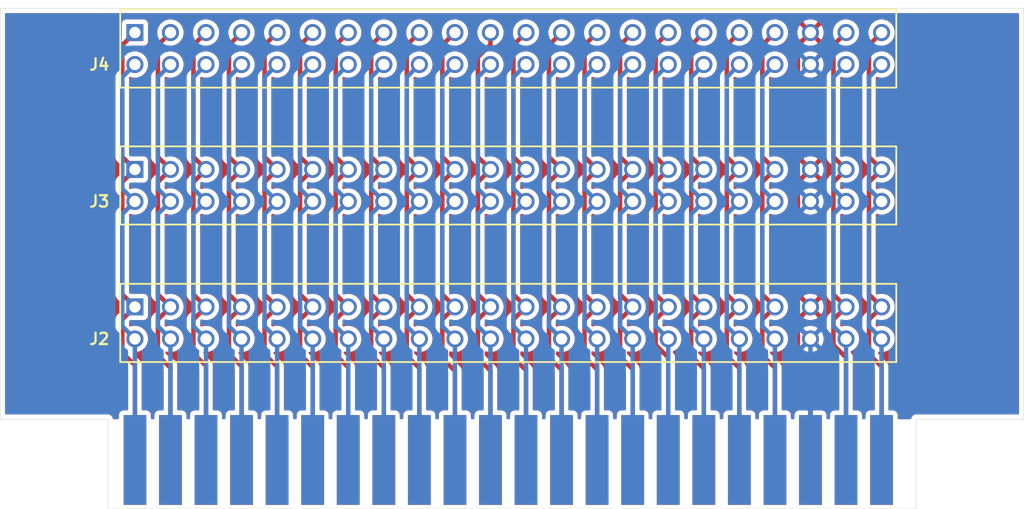
<source format=kicad_pcb>
(kicad_pcb (version 20171130) (host pcbnew "(5.1.12)-1")
  (layers (0 F.Cu signal) (31 B.Cu signal) (34 B.Paste user hide) (35 F.Paste user hide) (36 B.SilkS user) (37 F.SilkS user) (38 B.Mask user hide) (39 F.Mask user hide) (44 Edge.Cuts user))
  (net 0 "")
  (net 1 /A)
  (net 2 /22)
  (net 3 /21)
  (net 4 /20)
  (net 5 /19)
  (net 6 /18)
  (net 7 /17)
  (net 8 /16)
  (net 9 /15)
  (net 10 /14)
  (net 11 /13)
  (net 12 /12)
  (net 13 /11)
  (net 14 /10)
  (net 15 /9)
  (net 16 /8)
  (net 17 /7)
  (net 18 /6)
  (net 19 /5)
  (net 20 /4)
  (net 21 /3)
  (net 22 /2)
  (net 23 /1)
  (net 24 /Z)
  (net 25 /Y)
  (net 26 /X)
  (net 27 /W)
  (net 28 /V)
  (net 29 /U)
  (net 30 /T)
  (net 31 /S)
  (net 32 /R)
  (net 33 /P)
  (net 34 /N)
  (net 35 /M)
  (net 36 /L)
  (net 37 /K)
  (net 38 /J)
  (net 39 /H)
  (net 40 /F)
  (net 41 /E)
  (net 42 /D)
  (net 43 /C)
  (net 44 /B)
  (module SamacSys_Parts:305044521201 (layer F.Cu) (at 105 97.5)
    (fp_text reference J4 (at -3.96 0) (layer F.SilkS) (effects (font (size 1.27 1.27) (thickness 0.254))))
    (fp_text value "Slot C" hide)
    (pad B22 thru_hole circle (at 83.16 0) (size 1.905 1.905) (drill 1.27) (layers *.Cu *.Mask) (net 24 /Z))
    (pad B21 thru_hole circle (at 79.2 0) (size 1.905 1.905) (drill 1.27) (layers *.Cu *.Mask) (net 25 /Y))
    (pad B20 thru_hole circle (at 75.24 0) (size 1.905 1.905) (drill 1.27) (layers *.Cu *.Mask) (net 26 /X))
    (pad B19 thru_hole circle (at 71.28 0) (size 1.905 1.905) (drill 1.27) (layers *.Cu *.Mask) (net 27 /W))
    (pad B18 thru_hole circle (at 67.32 0) (size 1.905 1.905) (drill 1.27) (layers *.Cu *.Mask) (net 28 /V))
    (pad B17 thru_hole circle (at 63.36 0) (size 1.905 1.905) (drill 1.27) (layers *.Cu *.Mask) (net 29 /U))
    (pad B16 thru_hole circle (at 59.4 0) (size 1.905 1.905) (drill 1.27) (layers *.Cu *.Mask) (net 30 /T))
    (pad B15 thru_hole circle (at 55.44 0) (size 1.905 1.905) (drill 1.27) (layers *.Cu *.Mask) (net 31 /S))
    (pad B14 thru_hole circle (at 51.48 0) (size 1.905 1.905) (drill 1.27) (layers *.Cu *.Mask) (net 32 /R))
    (pad B13 thru_hole circle (at 47.52 0) (size 1.905 1.905) (drill 1.27) (layers *.Cu *.Mask) (net 33 /P))
    (pad B12 thru_hole circle (at 43.56 0) (size 1.905 1.905) (drill 1.27) (layers *.Cu *.Mask) (net 34 /N))
    (pad B11 thru_hole circle (at 39.6 0) (size 1.905 1.905) (drill 1.27) (layers *.Cu *.Mask) (net 35 /M))
    (pad B10 thru_hole circle (at 35.64 0) (size 1.905 1.905) (drill 1.27) (layers *.Cu *.Mask) (net 36 /L))
    (pad B9 thru_hole circle (at 31.68 0) (size 1.905 1.905) (drill 1.27) (layers *.Cu *.Mask) (net 37 /K))
    (pad B8 thru_hole circle (at 27.72 0) (size 1.905 1.905) (drill 1.27) (layers *.Cu *.Mask) (net 38 /J))
    (pad B7 thru_hole circle (at 23.76 0) (size 1.905 1.905) (drill 1.27) (layers *.Cu *.Mask) (net 39 /H))
    (pad B6 thru_hole circle (at 19.8 0) (size 1.905 1.905) (drill 1.27) (layers *.Cu *.Mask) (net 40 /F))
    (pad B5 thru_hole circle (at 15.84 0) (size 1.905 1.905) (drill 1.27) (layers *.Cu *.Mask) (net 41 /E))
    (pad B4 thru_hole circle (at 11.88 0) (size 1.905 1.905) (drill 1.27) (layers *.Cu *.Mask) (net 42 /D))
    (pad B3 thru_hole circle (at 7.92 0) (size 1.905 1.905) (drill 1.27) (layers *.Cu *.Mask) (net 43 /C))
    (pad B2 thru_hole circle (at 3.96 0) (size 1.905 1.905) (drill 1.27) (layers *.Cu *.Mask) (net 44 /B))
    (pad B1 thru_hole circle (at 0 0) (size 1.905 1.905) (drill 1.27) (layers *.Cu *.Mask) (net 1 /A))
    (pad A22 thru_hole circle (at 83.16 -3.56) (size 1.905 1.905) (drill 1.27) (layers *.Cu *.Mask) (net 2 /22))
    (pad A21 thru_hole circle (at 79.2 -3.56) (size 1.905 1.905) (drill 1.27) (layers *.Cu *.Mask) (net 3 /21))
    (pad A20 thru_hole circle (at 75.24 -3.56) (size 1.905 1.905) (drill 1.27) (layers *.Cu *.Mask) (net 4 /20))
    (pad A19 thru_hole circle (at 71.28 -3.56) (size 1.905 1.905) (drill 1.27) (layers *.Cu *.Mask) (net 5 /19))
    (pad A18 thru_hole circle (at 67.32 -3.56) (size 1.905 1.905) (drill 1.27) (layers *.Cu *.Mask) (net 6 /18))
    (pad A17 thru_hole circle (at 63.36 -3.56) (size 1.905 1.905) (drill 1.27) (layers *.Cu *.Mask) (net 7 /17))
    (pad A16 thru_hole circle (at 59.4 -3.56) (size 1.905 1.905) (drill 1.27) (layers *.Cu *.Mask) (net 8 /16))
    (pad A15 thru_hole circle (at 55.44 -3.56) (size 1.905 1.905) (drill 1.27) (layers *.Cu *.Mask) (net 9 /15))
    (pad A14 thru_hole circle (at 51.48 -3.56) (size 1.905 1.905) (drill 1.27) (layers *.Cu *.Mask) (net 10 /14))
    (pad A13 thru_hole circle (at 47.52 -3.56) (size 1.905 1.905) (drill 1.27) (layers *.Cu *.Mask) (net 11 /13))
    (pad A12 thru_hole circle (at 43.56 -3.56) (size 1.905 1.905) (drill 1.27) (layers *.Cu *.Mask) (net 12 /12))
    (pad A11 thru_hole circle (at 39.6 -3.56) (size 1.905 1.905) (drill 1.27) (layers *.Cu *.Mask) (net 13 /11))
    (pad A10 thru_hole circle (at 35.64 -3.56) (size 1.905 1.905) (drill 1.27) (layers *.Cu *.Mask) (net 14 /10))
    (pad A9 thru_hole circle (at 31.68 -3.56) (size 1.905 1.905) (drill 1.27) (layers *.Cu *.Mask) (net 15 /9))
    (pad A8 thru_hole circle (at 27.72 -3.56) (size 1.905 1.905) (drill 1.27) (layers *.Cu *.Mask) (net 16 /8))
    (pad A7 thru_hole circle (at 23.76 -3.56) (size 1.905 1.905) (drill 1.27) (layers *.Cu *.Mask) (net 17 /7))
    (pad A6 thru_hole circle (at 19.8 -3.56) (size 1.905 1.905) (drill 1.27) (layers *.Cu *.Mask) (net 18 /6))
    (pad A5 thru_hole circle (at 15.84 -3.56) (size 1.905 1.905) (drill 1.27) (layers *.Cu *.Mask) (net 19 /5))
    (pad A4 thru_hole circle (at 11.88 -3.56) (size 1.905 1.905) (drill 1.27) (layers *.Cu *.Mask) (net 20 /4))
    (pad A3 thru_hole circle (at 7.92 -3.56) (size 1.905 1.905) (drill 1.27) (layers *.Cu *.Mask) (net 21 /3))
    (pad A2 thru_hole circle (at 3.96 -3.56) (size 1.905 1.905) (drill 1.27) (layers *.Cu *.Mask) (net 22 /2))
    (pad A1 thru_hole rect (at 0 -3.56) (size 1.905 1.905) (drill 1.27) (layers *.Cu *.Mask) (net 23 /1))
  )
  (module SamacSys_Parts:305044521201 (layer F.Cu) (at 105 112.75)
    (fp_text reference J3 (at -3.96 0) (layer F.SilkS) (effects (font (size 1.27 1.27) (thickness 0.254))))
    (fp_text value "Slot B" hide)
    (pad B22 thru_hole circle (at 83.16 0) (size 1.905 1.905) (drill 1.27) (layers *.Cu *.Mask) (net 24 /Z))
    (pad B21 thru_hole circle (at 79.2 0) (size 1.905 1.905) (drill 1.27) (layers *.Cu *.Mask) (net 25 /Y))
    (pad B20 thru_hole circle (at 75.24 0) (size 1.905 1.905) (drill 1.27) (layers *.Cu *.Mask) (net 26 /X))
    (pad B19 thru_hole circle (at 71.28 0) (size 1.905 1.905) (drill 1.27) (layers *.Cu *.Mask) (net 27 /W))
    (pad B18 thru_hole circle (at 67.32 0) (size 1.905 1.905) (drill 1.27) (layers *.Cu *.Mask) (net 28 /V))
    (pad B17 thru_hole circle (at 63.36 0) (size 1.905 1.905) (drill 1.27) (layers *.Cu *.Mask) (net 29 /U))
    (pad B16 thru_hole circle (at 59.4 0) (size 1.905 1.905) (drill 1.27) (layers *.Cu *.Mask) (net 30 /T))
    (pad B15 thru_hole circle (at 55.44 0) (size 1.905 1.905) (drill 1.27) (layers *.Cu *.Mask) (net 31 /S))
    (pad B14 thru_hole circle (at 51.48 0) (size 1.905 1.905) (drill 1.27) (layers *.Cu *.Mask) (net 32 /R))
    (pad B13 thru_hole circle (at 47.52 0) (size 1.905 1.905) (drill 1.27) (layers *.Cu *.Mask) (net 33 /P))
    (pad B12 thru_hole circle (at 43.56 0) (size 1.905 1.905) (drill 1.27) (layers *.Cu *.Mask) (net 34 /N))
    (pad B11 thru_hole circle (at 39.6 0) (size 1.905 1.905) (drill 1.27) (layers *.Cu *.Mask) (net 35 /M))
    (pad B10 thru_hole circle (at 35.64 0) (size 1.905 1.905) (drill 1.27) (layers *.Cu *.Mask) (net 36 /L))
    (pad B9 thru_hole circle (at 31.68 0) (size 1.905 1.905) (drill 1.27) (layers *.Cu *.Mask) (net 37 /K))
    (pad B8 thru_hole circle (at 27.72 0) (size 1.905 1.905) (drill 1.27) (layers *.Cu *.Mask) (net 38 /J))
    (pad B7 thru_hole circle (at 23.76 0) (size 1.905 1.905) (drill 1.27) (layers *.Cu *.Mask) (net 39 /H))
    (pad B6 thru_hole circle (at 19.8 0) (size 1.905 1.905) (drill 1.27) (layers *.Cu *.Mask) (net 40 /F))
    (pad B5 thru_hole circle (at 15.84 0) (size 1.905 1.905) (drill 1.27) (layers *.Cu *.Mask) (net 41 /E))
    (pad B4 thru_hole circle (at 11.88 0) (size 1.905 1.905) (drill 1.27) (layers *.Cu *.Mask) (net 42 /D))
    (pad B3 thru_hole circle (at 7.92 0) (size 1.905 1.905) (drill 1.27) (layers *.Cu *.Mask) (net 43 /C))
    (pad B2 thru_hole circle (at 3.96 0) (size 1.905 1.905) (drill 1.27) (layers *.Cu *.Mask) (net 44 /B))
    (pad B1 thru_hole circle (at 0 0) (size 1.905 1.905) (drill 1.27) (layers *.Cu *.Mask) (net 1 /A))
    (pad A22 thru_hole circle (at 83.16 -3.56) (size 1.905 1.905) (drill 1.27) (layers *.Cu *.Mask) (net 2 /22))
    (pad A21 thru_hole circle (at 79.2 -3.56) (size 1.905 1.905) (drill 1.27) (layers *.Cu *.Mask) (net 3 /21))
    (pad A20 thru_hole circle (at 75.24 -3.56) (size 1.905 1.905) (drill 1.27) (layers *.Cu *.Mask) (net 4 /20))
    (pad A19 thru_hole circle (at 71.28 -3.56) (size 1.905 1.905) (drill 1.27) (layers *.Cu *.Mask) (net 5 /19))
    (pad A18 thru_hole circle (at 67.32 -3.56) (size 1.905 1.905) (drill 1.27) (layers *.Cu *.Mask) (net 6 /18))
    (pad A17 thru_hole circle (at 63.36 -3.56) (size 1.905 1.905) (drill 1.27) (layers *.Cu *.Mask) (net 7 /17))
    (pad A16 thru_hole circle (at 59.4 -3.56) (size 1.905 1.905) (drill 1.27) (layers *.Cu *.Mask) (net 8 /16))
    (pad A15 thru_hole circle (at 55.44 -3.56) (size 1.905 1.905) (drill 1.27) (layers *.Cu *.Mask) (net 9 /15))
    (pad A14 thru_hole circle (at 51.48 -3.56) (size 1.905 1.905) (drill 1.27) (layers *.Cu *.Mask) (net 10 /14))
    (pad A13 thru_hole circle (at 47.52 -3.56) (size 1.905 1.905) (drill 1.27) (layers *.Cu *.Mask) (net 11 /13))
    (pad A12 thru_hole circle (at 43.56 -3.56) (size 1.905 1.905) (drill 1.27) (layers *.Cu *.Mask) (net 12 /12))
    (pad A11 thru_hole circle (at 39.6 -3.56) (size 1.905 1.905) (drill 1.27) (layers *.Cu *.Mask) (net 13 /11))
    (pad A10 thru_hole circle (at 35.64 -3.56) (size 1.905 1.905) (drill 1.27) (layers *.Cu *.Mask) (net 14 /10))
    (pad A9 thru_hole circle (at 31.68 -3.56) (size 1.905 1.905) (drill 1.27) (layers *.Cu *.Mask) (net 15 /9))
    (pad A8 thru_hole circle (at 27.72 -3.56) (size 1.905 1.905) (drill 1.27) (layers *.Cu *.Mask) (net 16 /8))
    (pad A7 thru_hole circle (at 23.76 -3.56) (size 1.905 1.905) (drill 1.27) (layers *.Cu *.Mask) (net 17 /7))
    (pad A6 thru_hole circle (at 19.8 -3.56) (size 1.905 1.905) (drill 1.27) (layers *.Cu *.Mask) (net 18 /6))
    (pad A5 thru_hole circle (at 15.84 -3.56) (size 1.905 1.905) (drill 1.27) (layers *.Cu *.Mask) (net 19 /5))
    (pad A4 thru_hole circle (at 11.88 -3.56) (size 1.905 1.905) (drill 1.27) (layers *.Cu *.Mask) (net 20 /4))
    (pad A3 thru_hole circle (at 7.92 -3.56) (size 1.905 1.905) (drill 1.27) (layers *.Cu *.Mask) (net 21 /3))
    (pad A2 thru_hole circle (at 3.96 -3.56) (size 1.905 1.905) (drill 1.27) (layers *.Cu *.Mask) (net 22 /2))
    (pad A1 thru_hole rect (at 0 -3.56) (size 1.905 1.905) (drill 1.27) (layers *.Cu *.Mask) (net 23 /1))
  )
  (module SamacSys_Parts:305044521201 (layer F.Cu) (at 105 128.06)
    (fp_text reference J2 (at -3.96 0) (layer F.SilkS) (effects (font (size 1.27 1.27) (thickness 0.254))))
    (fp_text value "Slot A" hide)
    (pad B22 thru_hole circle (at 83.16 0) (size 1.905 1.905) (drill 1.27) (layers *.Cu *.Mask) (net 24 /Z))
    (pad B21 thru_hole circle (at 79.2 0) (size 1.905 1.905) (drill 1.27) (layers *.Cu *.Mask) (net 25 /Y))
    (pad B20 thru_hole circle (at 75.24 0) (size 1.905 1.905) (drill 1.27) (layers *.Cu *.Mask) (net 26 /X))
    (pad B19 thru_hole circle (at 71.28 0) (size 1.905 1.905) (drill 1.27) (layers *.Cu *.Mask) (net 27 /W))
    (pad B18 thru_hole circle (at 67.32 0) (size 1.905 1.905) (drill 1.27) (layers *.Cu *.Mask) (net 28 /V))
    (pad B17 thru_hole circle (at 63.36 0) (size 1.905 1.905) (drill 1.27) (layers *.Cu *.Mask) (net 29 /U))
    (pad B16 thru_hole circle (at 59.4 0) (size 1.905 1.905) (drill 1.27) (layers *.Cu *.Mask) (net 30 /T))
    (pad B15 thru_hole circle (at 55.44 0) (size 1.905 1.905) (drill 1.27) (layers *.Cu *.Mask) (net 31 /S))
    (pad B14 thru_hole circle (at 51.48 0) (size 1.905 1.905) (drill 1.27) (layers *.Cu *.Mask) (net 32 /R))
    (pad B13 thru_hole circle (at 47.52 0) (size 1.905 1.905) (drill 1.27) (layers *.Cu *.Mask) (net 33 /P))
    (pad B12 thru_hole circle (at 43.56 0) (size 1.905 1.905) (drill 1.27) (layers *.Cu *.Mask) (net 34 /N))
    (pad B11 thru_hole circle (at 39.6 0) (size 1.905 1.905) (drill 1.27) (layers *.Cu *.Mask) (net 35 /M))
    (pad B10 thru_hole circle (at 35.64 0) (size 1.905 1.905) (drill 1.27) (layers *.Cu *.Mask) (net 36 /L))
    (pad B9 thru_hole circle (at 31.68 0) (size 1.905 1.905) (drill 1.27) (layers *.Cu *.Mask) (net 37 /K))
    (pad B8 thru_hole circle (at 27.72 0) (size 1.905 1.905) (drill 1.27) (layers *.Cu *.Mask) (net 38 /J))
    (pad B7 thru_hole circle (at 23.76 0) (size 1.905 1.905) (drill 1.27) (layers *.Cu *.Mask) (net 39 /H))
    (pad B6 thru_hole circle (at 19.8 0) (size 1.905 1.905) (drill 1.27) (layers *.Cu *.Mask) (net 40 /F))
    (pad B5 thru_hole circle (at 15.84 0) (size 1.905 1.905) (drill 1.27) (layers *.Cu *.Mask) (net 41 /E))
    (pad B4 thru_hole circle (at 11.88 0) (size 1.905 1.905) (drill 1.27) (layers *.Cu *.Mask) (net 42 /D))
    (pad B3 thru_hole circle (at 7.92 0) (size 1.905 1.905) (drill 1.27) (layers *.Cu *.Mask) (net 43 /C))
    (pad B2 thru_hole circle (at 3.96 0) (size 1.905 1.905) (drill 1.27) (layers *.Cu *.Mask) (net 44 /B))
    (pad B1 thru_hole circle (at 0 0) (size 1.905 1.905) (drill 1.27) (layers *.Cu *.Mask) (net 1 /A))
    (pad A22 thru_hole circle (at 83.16 -3.56) (size 1.905 1.905) (drill 1.27) (layers *.Cu *.Mask) (net 2 /22))
    (pad A21 thru_hole circle (at 79.2 -3.56) (size 1.905 1.905) (drill 1.27) (layers *.Cu *.Mask) (net 3 /21))
    (pad A20 thru_hole circle (at 75.24 -3.56) (size 1.905 1.905) (drill 1.27) (layers *.Cu *.Mask) (net 4 /20))
    (pad A19 thru_hole circle (at 71.28 -3.56) (size 1.905 1.905) (drill 1.27) (layers *.Cu *.Mask) (net 5 /19))
    (pad A18 thru_hole circle (at 67.32 -3.56) (size 1.905 1.905) (drill 1.27) (layers *.Cu *.Mask) (net 6 /18))
    (pad A17 thru_hole circle (at 63.36 -3.56) (size 1.905 1.905) (drill 1.27) (layers *.Cu *.Mask) (net 7 /17))
    (pad A16 thru_hole circle (at 59.4 -3.56) (size 1.905 1.905) (drill 1.27) (layers *.Cu *.Mask) (net 8 /16))
    (pad A15 thru_hole circle (at 55.44 -3.56) (size 1.905 1.905) (drill 1.27) (layers *.Cu *.Mask) (net 9 /15))
    (pad A14 thru_hole circle (at 51.48 -3.56) (size 1.905 1.905) (drill 1.27) (layers *.Cu *.Mask) (net 10 /14))
    (pad A13 thru_hole circle (at 47.52 -3.56) (size 1.905 1.905) (drill 1.27) (layers *.Cu *.Mask) (net 11 /13))
    (pad A12 thru_hole circle (at 43.56 -3.56) (size 1.905 1.905) (drill 1.27) (layers *.Cu *.Mask) (net 12 /12))
    (pad A11 thru_hole circle (at 39.6 -3.56) (size 1.905 1.905) (drill 1.27) (layers *.Cu *.Mask) (net 13 /11))
    (pad A10 thru_hole circle (at 35.64 -3.56) (size 1.905 1.905) (drill 1.27) (layers *.Cu *.Mask) (net 14 /10))
    (pad A9 thru_hole circle (at 31.68 -3.56) (size 1.905 1.905) (drill 1.27) (layers *.Cu *.Mask) (net 15 /9))
    (pad A8 thru_hole circle (at 27.72 -3.56) (size 1.905 1.905) (drill 1.27) (layers *.Cu *.Mask) (net 16 /8))
    (pad A7 thru_hole circle (at 23.76 -3.56) (size 1.905 1.905) (drill 1.27) (layers *.Cu *.Mask) (net 17 /7))
    (pad A6 thru_hole circle (at 19.8 -3.56) (size 1.905 1.905) (drill 1.27) (layers *.Cu *.Mask) (net 18 /6))
    (pad A5 thru_hole circle (at 15.84 -3.56) (size 1.905 1.905) (drill 1.27) (layers *.Cu *.Mask) (net 19 /5))
    (pad A4 thru_hole circle (at 11.88 -3.56) (size 1.905 1.905) (drill 1.27) (layers *.Cu *.Mask) (net 20 /4))
    (pad A3 thru_hole circle (at 7.92 -3.56) (size 1.905 1.905) (drill 1.27) (layers *.Cu *.Mask) (net 21 /3))
    (pad A2 thru_hole circle (at 3.96 -3.56) (size 1.905 1.905) (drill 1.27) (layers *.Cu *.Mask) (net 22 /2))
    (pad A1 thru_hole rect (at 0 -3.56) (size 1.905 1.905) (drill 1.27) (layers *.Cu *.Mask) (net 23 /1))
  )
  (module Connector_PCBEdge:Apple-1Bus (layer F.Cu) (at 160.44 142.96)
    (fp_text reference J1 hide)
    (fp_text value Conn_02x22_Apple_1-Connector_Generic_apple)
    (pad 1 connect rect (at -55.44 -3.96) (size 2.54 10) (drill (offset 0 2.54)) (layers F.Cu F.Mask) (net 23 /1))
    (pad 2 connect rect (at -51.48 -3.96) (size 2.54 10) (drill (offset 0 2.54)) (layers F.Cu F.Mask) (net 22 /2))
    (pad 3 connect rect (at -47.52 -3.96) (size 2.54 10) (drill (offset 0 2.54)) (layers F.Cu F.Mask) (net 21 /3))
    (pad 4 connect rect (at -43.56 -3.96) (size 2.54 10) (drill (offset 0 2.54)) (layers F.Cu F.Mask) (net 20 /4))
    (pad 5 connect rect (at -39.6 -3.96) (size 2.54 10) (drill (offset 0 2.54)) (layers F.Cu F.Mask) (net 19 /5))
    (pad 6 connect rect (at -35.64 -3.96) (size 2.54 10) (drill (offset 0 2.54)) (layers F.Cu F.Mask) (net 18 /6))
    (pad 7 connect rect (at -31.68 -3.96) (size 2.54 10) (drill (offset 0 2.54)) (layers F.Cu F.Mask) (net 17 /7))
    (pad 8 connect rect (at -27.72 -3.96) (size 2.54 10) (drill (offset 0 2.54)) (layers F.Cu F.Mask) (net 16 /8))
    (pad 9 connect rect (at -23.76 -3.96) (size 2.54 10) (drill (offset 0 2.54)) (layers F.Cu F.Mask) (net 15 /9))
    (pad 10 connect rect (at -19.8 -3.96) (size 2.54 10) (drill (offset 0 2.54)) (layers F.Cu F.Mask) (net 14 /10))
    (pad 11 connect rect (at -15.84 -3.96) (size 2.54 10) (drill (offset 0 2.54)) (layers F.Cu F.Mask) (net 13 /11))
    (pad 12 connect rect (at -11.88 -3.96) (size 2.54 10) (drill (offset 0 2.54)) (layers F.Cu F.Mask) (net 12 /12))
    (pad 13 connect rect (at -7.92 -3.96) (size 2.54 10) (drill (offset 0 2.54)) (layers F.Cu F.Mask) (net 11 /13))
    (pad 14 connect rect (at -3.96 -3.96) (size 2.54 10) (drill (offset 0 2.54)) (layers F.Cu F.Mask) (net 10 /14))
    (pad 15 connect rect (at 0 -3.96) (size 2.54 10) (drill (offset 0 2.54)) (layers F.Cu F.Mask) (net 9 /15))
    (pad 16 connect rect (at 3.96 -3.96) (size 2.54 10) (drill (offset 0 2.54)) (layers F.Cu F.Mask) (net 8 /16))
    (pad 17 connect rect (at 7.92 -3.96) (size 2.54 10) (drill (offset 0 2.54)) (layers F.Cu F.Mask) (net 7 /17))
    (pad 18 connect rect (at 11.88 -3.96) (size 2.54 10) (drill (offset 0 2.54)) (layers F.Cu F.Mask) (net 6 /18))
    (pad 19 connect rect (at 15.84 -3.96) (size 2.54 10) (drill (offset 0 2.54)) (layers F.Cu F.Mask) (net 5 /19))
    (pad 20 connect rect (at 19.8 -3.96) (size 2.54 10) (drill (offset 0 2.54)) (layers F.Cu F.Mask) (net 4 /20))
    (pad 21 connect rect (at 23.76 -3.96) (size 2.54 10) (drill (offset 0 2.54)) (layers F.Cu F.Mask) (net 3 /21))
    (pad 22 connect rect (at 27.72 -3.96) (size 2.54 10) (drill (offset 0 2.54)) (layers F.Cu F.Mask) (net 2 /22))
    (pad A connect rect (at -55.44 -3.96) (size 2.54 10) (drill (offset 0 2.54)) (layers B.Cu B.Mask) (net 1 /A))
    (pad B connect rect (at -51.48 -3.96) (size 2.54 10) (drill (offset 0 2.54)) (layers B.Cu B.Mask) (net 44 /B))
    (pad C connect rect (at -47.52 -3.96) (size 2.54 10) (drill (offset 0 2.54)) (layers B.Cu B.Mask) (net 43 /C))
    (pad D connect rect (at -43.56 -3.96) (size 2.54 10) (drill (offset 0 2.54)) (layers B.Cu B.Mask) (net 42 /D))
    (pad E connect rect (at -39.6 -3.96) (size 2.54 10) (drill (offset 0 2.54)) (layers B.Cu B.Mask) (net 41 /E))
    (pad F connect rect (at -35.64 -3.96) (size 2.54 10) (drill (offset 0 2.54)) (layers B.Cu B.Mask) (net 40 /F))
    (pad H connect rect (at -31.68 -3.96) (size 2.54 10) (drill (offset 0 2.54)) (layers B.Cu B.Mask) (net 39 /H))
    (pad J connect rect (at -27.72 -3.96) (size 2.54 10) (drill (offset 0 2.54)) (layers B.Cu B.Mask) (net 38 /J))
    (pad K connect rect (at -23.76 -3.96) (size 2.54 10) (drill (offset 0 2.54)) (layers B.Cu B.Mask) (net 37 /K))
    (pad L connect rect (at -19.8 -3.96) (size 2.54 10) (drill (offset 0 2.54)) (layers B.Cu B.Mask) (net 36 /L))
    (pad M connect rect (at -15.84 -3.96) (size 2.54 10) (drill (offset 0 2.54)) (layers B.Cu B.Mask) (net 35 /M))
    (pad N connect rect (at -11.88 -3.96) (size 2.54 10) (drill (offset 0 2.54)) (layers B.Cu B.Mask) (net 34 /N))
    (pad P connect rect (at -7.92 -3.96) (size 2.54 10) (drill (offset 0 2.54)) (layers B.Cu B.Mask) (net 33 /P))
    (pad R connect rect (at -3.96 -3.96) (size 2.54 10) (drill (offset 0 2.54)) (layers B.Cu B.Mask) (net 32 /R))
    (pad S connect rect (at 0 -3.96) (size 2.54 10) (drill (offset 0 2.54)) (layers B.Cu B.Mask) (net 31 /S))
    (pad T connect rect (at 3.96 -3.96) (size 2.54 10) (drill (offset 0 2.54)) (layers B.Cu B.Mask) (net 30 /T))
    (pad U connect rect (at 7.92 -3.96) (size 2.54 10) (drill (offset 0 2.54)) (layers B.Cu B.Mask) (net 29 /U))
    (pad V connect rect (at 11.88 -3.96) (size 2.54 10) (drill (offset 0 2.54)) (layers B.Cu B.Mask) (net 28 /V))
    (pad W connect rect (at 15.84 -3.96) (size 2.54 10) (drill (offset 0 2.54)) (layers B.Cu B.Mask) (net 27 /W))
    (pad X connect rect (at 19.8 -3.96) (size 2.54 10) (drill (offset 0 2.54)) (layers B.Cu B.Mask) (net 26 /X))
    (pad Y connect rect (at 23.76 -3.96) (size 2.54 10) (drill (offset 0 2.54)) (layers B.Cu B.Mask) (net 25 /Y))
    (pad Z connect rect (at 27.72 -3.96) (size 2.54 10) (drill (offset 0 2.54)) (layers B.Cu B.Mask) (net 24 /Z))
  )
  (gr_line (start 204 137) (end 204 91.25) (layer Edge.Cuts) (width 0.05))
  (gr_line (start 192 137) (end 204 137) (layer Edge.Cuts) (width 0.05))
  (gr_line (start 192 147) (end 192 137) (layer Edge.Cuts) (width 0.05))
  (gr_line (start 90 91.25) (end 204 91.25) (layer Edge.Cuts) (width 0.05))
  (gr_line (start 102 147) (end 102 137) (layer Edge.Cuts) (width 0.05))
  (gr_line (start 192 147) (end 102 147) (layer Edge.Cuts) (width 0.05))
  (gr_line (start 90 137) (end 90 91.25) (layer Edge.Cuts) (width 0.05))
  (gr_line (start 102 137) (end 90 137) (layer Edge.Cuts) (width 0.05))
  (segment (start 105 139) (end 105 128.06) (width 0.5) (layer B.Cu) (net 1))
  (segment (start 103.597499 111.347499) (end 105 112.75) (width 0.5) (layer B.Cu) (net 1))
  (segment (start 103.597499 98.902501) (end 103.597499 111.347499) (width 0.5) (layer B.Cu) (net 1))
  (segment (start 105 97.5) (end 103.597499 98.902501) (width 0.5) (layer B.Cu) (net 1))
  (segment (start 103.597499 126.657499) (end 105 128.06) (width 0.5) (layer B.Cu) (net 1))
  (segment (start 103.597499 114.152501) (end 103.597499 126.657499) (width 0.5) (layer B.Cu) (net 1))
  (segment (start 105 112.75) (end 103.597499 114.152501) (width 0.5) (layer B.Cu) (net 1))
  (segment (start 188.16 139) (end 188.16 131.16) (width 0.5) (layer F.Cu) (net 2))
  (segment (start 186.757499 107.787499) (end 188.16 109.19) (width 0.5) (layer F.Cu) (net 2))
  (segment (start 186.757499 95.342501) (end 186.757499 107.787499) (width 0.5) (layer F.Cu) (net 2))
  (segment (start 188.16 93.94) (end 186.757499 95.342501) (width 0.5) (layer F.Cu) (net 2))
  (segment (start 186.757499 123.097499) (end 188.16 124.5) (width 0.5) (layer F.Cu) (net 2))
  (segment (start 186.757499 110.592501) (end 186.757499 123.097499) (width 0.5) (layer F.Cu) (net 2))
  (segment (start 188.16 109.19) (end 186.757499 110.592501) (width 0.5) (layer F.Cu) (net 2))
  (segment (start 186.757499 129.757499) (end 188.16 131.16) (width 0.5) (layer F.Cu) (net 2))
  (segment (start 186.757499 125.902501) (end 186.757499 129.757499) (width 0.5) (layer F.Cu) (net 2))
  (segment (start 188.16 124.5) (end 186.757499 125.902501) (width 0.5) (layer F.Cu) (net 2))
  (segment (start 182.797499 125.902501) (end 184.2 124.5) (width 0.5) (layer F.Cu) (net 3))
  (segment (start 182.797499 128.733201) (end 182.797499 125.902501) (width 0.5) (layer F.Cu) (net 3))
  (segment (start 184.2 130.135702) (end 182.797499 128.733201) (width 0.5) (layer F.Cu) (net 3))
  (segment (start 184.2 139) (end 184.2 130.135702) (width 0.5) (layer F.Cu) (net 3))
  (segment (start 182.797499 110.592501) (end 184.2 109.19) (width 0.5) (layer F.Cu) (net 3))
  (segment (start 182.797499 123.097499) (end 182.797499 110.592501) (width 0.5) (layer F.Cu) (net 3))
  (segment (start 184.2 124.5) (end 182.797499 123.097499) (width 0.5) (layer F.Cu) (net 3))
  (segment (start 182.797499 95.342501) (end 184.2 93.94) (width 0.5) (layer F.Cu) (net 3))
  (segment (start 182.797499 107.787499) (end 182.797499 95.342501) (width 0.5) (layer F.Cu) (net 3))
  (segment (start 184.2 109.19) (end 182.797499 107.787499) (width 0.5) (layer F.Cu) (net 3))
  (segment (start 178.837499 125.902501) (end 180.24 124.5) (width 0.5) (layer F.Cu) (net 4))
  (segment (start 180.24 139) (end 180.24 131.74) (width 0.5) (layer F.Cu) (net 4))
  (segment (start 178.837499 130.337499) (end 178.837499 125.902501) (width 0.5) (layer F.Cu) (net 4))
  (segment (start 180.24 131.74) (end 178.837499 130.337499) (width 0.5) (layer F.Cu) (net 4))
  (segment (start 180.24 131.74) (end 180.24 131.24) (width 0.5) (layer F.Cu) (net 4))
  (segment (start 178.837499 110.592501) (end 180.24 109.19) (width 0.5) (layer F.Cu) (net 4))
  (segment (start 178.837499 123.097499) (end 178.837499 110.592501) (width 0.5) (layer F.Cu) (net 4))
  (segment (start 180.24 124.5) (end 178.837499 123.097499) (width 0.5) (layer F.Cu) (net 4))
  (segment (start 178.837499 95.342501) (end 180.24 93.94) (width 0.5) (layer F.Cu) (net 4))
  (segment (start 178.837499 107.787499) (end 178.837499 95.342501) (width 0.5) (layer F.Cu) (net 4))
  (segment (start 180.24 109.19) (end 178.837499 107.787499) (width 0.5) (layer F.Cu) (net 4))
  (segment (start 176.28 139) (end 176.28 131.28) (width 0.5) (layer F.Cu) (net 5))
  (segment (start 174.877499 125.902501) (end 176.28 124.5) (width 0.5) (layer F.Cu) (net 5))
  (segment (start 174.877499 129.877499) (end 174.877499 125.902501) (width 0.5) (layer F.Cu) (net 5))
  (segment (start 176.28 131.28) (end 174.877499 129.877499) (width 0.5) (layer F.Cu) (net 5))
  (segment (start 174.877499 110.592501) (end 176.28 109.19) (width 0.5) (layer F.Cu) (net 5))
  (segment (start 174.877499 123.097499) (end 174.877499 110.592501) (width 0.5) (layer F.Cu) (net 5))
  (segment (start 176.28 124.5) (end 174.877499 123.097499) (width 0.5) (layer F.Cu) (net 5))
  (segment (start 174.877499 95.342501) (end 176.28 93.94) (width 0.5) (layer F.Cu) (net 5))
  (segment (start 174.877499 107.787499) (end 174.877499 95.342501) (width 0.5) (layer F.Cu) (net 5))
  (segment (start 176.28 109.19) (end 174.877499 107.787499) (width 0.5) (layer F.Cu) (net 5))
  (segment (start 172.32 139) (end 172.32 131.32) (width 0.5) (layer F.Cu) (net 6))
  (segment (start 170.917499 125.902501) (end 172.32 124.5) (width 0.5) (layer F.Cu) (net 6))
  (segment (start 170.917499 129.917499) (end 170.917499 125.902501) (width 0.5) (layer F.Cu) (net 6))
  (segment (start 172.32 131.32) (end 170.917499 129.917499) (width 0.5) (layer F.Cu) (net 6))
  (segment (start 170.917499 110.592501) (end 172.32 109.19) (width 0.5) (layer F.Cu) (net 6))
  (segment (start 170.917499 123.097499) (end 170.917499 110.592501) (width 0.5) (layer F.Cu) (net 6))
  (segment (start 172.32 124.5) (end 170.917499 123.097499) (width 0.5) (layer F.Cu) (net 6))
  (segment (start 170.917499 95.342501) (end 172.32 93.94) (width 0.5) (layer F.Cu) (net 6))
  (segment (start 170.917499 107.787499) (end 170.917499 95.342501) (width 0.5) (layer F.Cu) (net 6))
  (segment (start 172.32 109.19) (end 170.917499 107.787499) (width 0.5) (layer F.Cu) (net 6))
  (segment (start 168.36 139) (end 168.36 131.36) (width 0.5) (layer F.Cu) (net 7))
  (segment (start 166.957499 125.902501) (end 168.36 124.5) (width 0.5) (layer F.Cu) (net 7))
  (segment (start 166.957499 129.957499) (end 166.957499 125.902501) (width 0.5) (layer F.Cu) (net 7))
  (segment (start 168.36 131.36) (end 166.957499 129.957499) (width 0.5) (layer F.Cu) (net 7))
  (segment (start 166.957499 110.592501) (end 168.36 109.19) (width 0.5) (layer F.Cu) (net 7))
  (segment (start 166.957499 123.097499) (end 166.957499 110.592501) (width 0.5) (layer F.Cu) (net 7))
  (segment (start 168.36 124.5) (end 166.957499 123.097499) (width 0.5) (layer F.Cu) (net 7))
  (segment (start 166.957499 107.787499) (end 166.957499 95.342501) (width 0.5) (layer F.Cu) (net 7))
  (segment (start 166.957499 95.342501) (end 168.36 93.94) (width 0.5) (layer F.Cu) (net 7))
  (segment (start 168.36 109.19) (end 166.957499 107.787499) (width 0.5) (layer F.Cu) (net 7))
  (segment (start 162.997499 125.902501) (end 164.4 124.5) (width 0.5) (layer F.Cu) (net 8))
  (segment (start 162.997499 128.733201) (end 162.997499 125.902501) (width 0.5) (layer F.Cu) (net 8))
  (segment (start 164.4 130.135702) (end 162.997499 128.733201) (width 0.5) (layer F.Cu) (net 8))
  (segment (start 164.4 139) (end 164.4 130.135702) (width 0.5) (layer F.Cu) (net 8))
  (segment (start 162.997499 110.592501) (end 164.4 109.19) (width 0.5) (layer F.Cu) (net 8))
  (segment (start 162.997499 123.097499) (end 162.997499 110.592501) (width 0.5) (layer F.Cu) (net 8))
  (segment (start 164.4 124.5) (end 162.997499 123.097499) (width 0.5) (layer F.Cu) (net 8))
  (segment (start 162.997499 95.342501) (end 164.4 93.94) (width 0.5) (layer F.Cu) (net 8))
  (segment (start 162.997499 107.787499) (end 162.997499 95.342501) (width 0.5) (layer F.Cu) (net 8))
  (segment (start 164.4 109.19) (end 162.997499 107.787499) (width 0.5) (layer F.Cu) (net 8))
  (segment (start 160.44 139) (end 160.44 131.44) (width 0.5) (layer F.Cu) (net 9))
  (segment (start 159.037499 125.902501) (end 160.44 124.5) (width 0.5) (layer F.Cu) (net 9))
  (segment (start 159.037499 130.037499) (end 159.037499 125.902501) (width 0.5) (layer F.Cu) (net 9))
  (segment (start 160.44 131.44) (end 159.037499 130.037499) (width 0.5) (layer F.Cu) (net 9))
  (segment (start 159.037499 110.592501) (end 160.44 109.19) (width 0.5) (layer F.Cu) (net 9))
  (segment (start 159.037499 123.097499) (end 159.037499 110.592501) (width 0.5) (layer F.Cu) (net 9))
  (segment (start 160.44 124.5) (end 159.037499 123.097499) (width 0.5) (layer F.Cu) (net 9))
  (segment (start 159.037499 95.342501) (end 160.44 93.94) (width 0.5) (layer F.Cu) (net 9))
  (segment (start 159.037499 107.787499) (end 159.037499 95.342501) (width 0.5) (layer F.Cu) (net 9))
  (segment (start 160.44 109.19) (end 159.037499 107.787499) (width 0.5) (layer F.Cu) (net 9))
  (segment (start 156.48 139) (end 156.48 131.48) (width 0.5) (layer F.Cu) (net 10))
  (segment (start 155.077499 107.787499) (end 156.48 109.19) (width 0.5) (layer F.Cu) (net 10))
  (segment (start 155.077499 95.342501) (end 155.077499 107.787499) (width 0.5) (layer F.Cu) (net 10))
  (segment (start 156.48 93.94) (end 155.077499 95.342501) (width 0.5) (layer F.Cu) (net 10))
  (segment (start 155.077499 123.097499) (end 156.48 124.5) (width 0.5) (layer F.Cu) (net 10))
  (segment (start 155.077499 110.592501) (end 155.077499 123.097499) (width 0.5) (layer F.Cu) (net 10))
  (segment (start 156.48 109.19) (end 155.077499 110.592501) (width 0.5) (layer F.Cu) (net 10))
  (segment (start 155.077499 130.077499) (end 156.48 131.48) (width 0.5) (layer F.Cu) (net 10))
  (segment (start 155.077499 125.902501) (end 155.077499 130.077499) (width 0.5) (layer F.Cu) (net 10))
  (segment (start 156.48 124.5) (end 155.077499 125.902501) (width 0.5) (layer F.Cu) (net 10))
  (segment (start 152.52 139) (end 152.52 131.52) (width 0.5) (layer F.Cu) (net 11))
  (segment (start 151.117499 125.902501) (end 152.52 124.5) (width 0.5) (layer F.Cu) (net 11))
  (segment (start 151.117499 130.117499) (end 151.117499 125.902501) (width 0.5) (layer F.Cu) (net 11))
  (segment (start 152.52 131.52) (end 151.117499 130.117499) (width 0.5) (layer F.Cu) (net 11))
  (segment (start 151.117499 110.592501) (end 152.52 109.19) (width 0.5) (layer F.Cu) (net 11))
  (segment (start 151.117499 123.097499) (end 151.117499 110.592501) (width 0.5) (layer F.Cu) (net 11))
  (segment (start 152.52 124.5) (end 151.117499 123.097499) (width 0.5) (layer F.Cu) (net 11))
  (segment (start 151.117499 95.342501) (end 152.52 93.94) (width 0.5) (layer F.Cu) (net 11))
  (segment (start 151.117499 107.787499) (end 151.117499 95.342501) (width 0.5) (layer F.Cu) (net 11))
  (segment (start 152.52 109.19) (end 151.117499 107.787499) (width 0.5) (layer F.Cu) (net 11))
  (segment (start 148.56 139) (end 148.56 131.56) (width 0.5) (layer F.Cu) (net 12))
  (segment (start 147.157499 125.902501) (end 148.56 124.5) (width 0.5) (layer F.Cu) (net 12))
  (segment (start 147.157499 130.157499) (end 147.157499 125.902501) (width 0.5) (layer F.Cu) (net 12))
  (segment (start 148.56 131.56) (end 147.157499 130.157499) (width 0.5) (layer F.Cu) (net 12))
  (segment (start 147.157499 110.592501) (end 148.56 109.19) (width 0.5) (layer F.Cu) (net 12))
  (segment (start 147.157499 123.097499) (end 147.157499 110.592501) (width 0.5) (layer F.Cu) (net 12))
  (segment (start 148.56 124.5) (end 147.157499 123.097499) (width 0.5) (layer F.Cu) (net 12))
  (segment (start 147.157499 95.342501) (end 148.56 93.94) (width 0.5) (layer F.Cu) (net 12))
  (segment (start 147.157499 107.787499) (end 147.157499 95.342501) (width 0.5) (layer F.Cu) (net 12))
  (segment (start 148.56 109.19) (end 147.157499 107.787499) (width 0.5) (layer F.Cu) (net 12))
  (segment (start 144.6 139) (end 144.6 131.6) (width 0.5) (layer F.Cu) (net 13))
  (segment (start 143.197499 96.689539) (end 143.197499 107.787499) (width 0.5) (layer F.Cu) (net 13))
  (segment (start 144.6 95.287038) (end 143.197499 96.689539) (width 0.5) (layer F.Cu) (net 13))
  (segment (start 143.197499 107.787499) (end 144.6 109.19) (width 0.5) (layer F.Cu) (net 13))
  (segment (start 144.6 93.94) (end 144.6 95.287038) (width 0.5) (layer F.Cu) (net 13))
  (segment (start 143.197499 123.097499) (end 144.6 124.5) (width 0.5) (layer F.Cu) (net 13))
  (segment (start 143.197499 110.592501) (end 143.197499 123.097499) (width 0.5) (layer F.Cu) (net 13))
  (segment (start 144.6 109.19) (end 143.197499 110.592501) (width 0.5) (layer F.Cu) (net 13))
  (segment (start 143.197499 130.197499) (end 144.6 131.6) (width 0.5) (layer F.Cu) (net 13))
  (segment (start 143.197499 125.902501) (end 143.197499 130.197499) (width 0.5) (layer F.Cu) (net 13))
  (segment (start 144.6 124.5) (end 143.197499 125.902501) (width 0.5) (layer F.Cu) (net 13))
  (segment (start 140.64 139) (end 140.64 131.64) (width 0.5) (layer F.Cu) (net 14))
  (segment (start 139.237499 125.902501) (end 140.64 124.5) (width 0.5) (layer F.Cu) (net 14))
  (segment (start 139.237499 130.237499) (end 139.237499 125.902501) (width 0.5) (layer F.Cu) (net 14))
  (segment (start 140.64 131.64) (end 139.237499 130.237499) (width 0.5) (layer F.Cu) (net 14))
  (segment (start 139.237499 110.592501) (end 140.64 109.19) (width 0.5) (layer F.Cu) (net 14))
  (segment (start 139.237499 123.097499) (end 139.237499 110.592501) (width 0.5) (layer F.Cu) (net 14))
  (segment (start 140.64 124.5) (end 139.237499 123.097499) (width 0.5) (layer F.Cu) (net 14))
  (segment (start 139.237499 95.342501) (end 140.64 93.94) (width 0.5) (layer F.Cu) (net 14))
  (segment (start 139.237499 107.787499) (end 139.237499 95.342501) (width 0.5) (layer F.Cu) (net 14))
  (segment (start 140.64 109.19) (end 139.237499 107.787499) (width 0.5) (layer F.Cu) (net 14))
  (segment (start 136.68 139) (end 136.68 131.32) (width 0.5) (layer F.Cu) (net 15))
  (segment (start 135.277499 125.902501) (end 136.68 124.5) (width 0.5) (layer F.Cu) (net 15))
  (segment (start 135.277499 129.917499) (end 135.277499 125.902501) (width 0.5) (layer F.Cu) (net 15))
  (segment (start 136.68 131.32) (end 135.277499 129.917499) (width 0.5) (layer F.Cu) (net 15))
  (segment (start 135.277499 110.592501) (end 136.68 109.19) (width 0.5) (layer F.Cu) (net 15))
  (segment (start 135.277499 123.097499) (end 135.277499 110.592501) (width 0.5) (layer F.Cu) (net 15))
  (segment (start 136.68 124.5) (end 135.277499 123.097499) (width 0.5) (layer F.Cu) (net 15))
  (segment (start 135.277499 95.342501) (end 136.68 93.94) (width 0.5) (layer F.Cu) (net 15))
  (segment (start 135.277499 107.787499) (end 135.277499 95.342501) (width 0.5) (layer F.Cu) (net 15))
  (segment (start 136.68 109.19) (end 135.277499 107.787499) (width 0.5) (layer F.Cu) (net 15))
  (segment (start 132.72 139) (end 132.72 131.28) (width 0.5) (layer F.Cu) (net 16))
  (segment (start 131.317499 125.902501) (end 132.72 124.5) (width 0.5) (layer F.Cu) (net 16))
  (segment (start 131.317499 129.877499) (end 131.317499 125.902501) (width 0.5) (layer F.Cu) (net 16))
  (segment (start 132.72 131.28) (end 131.317499 129.877499) (width 0.5) (layer F.Cu) (net 16))
  (segment (start 131.317499 110.592501) (end 132.72 109.19) (width 0.5) (layer F.Cu) (net 16))
  (segment (start 131.317499 123.097499) (end 131.317499 110.592501) (width 0.5) (layer F.Cu) (net 16))
  (segment (start 132.72 124.5) (end 131.317499 123.097499) (width 0.5) (layer F.Cu) (net 16))
  (segment (start 131.317499 95.342501) (end 132.72 93.94) (width 0.5) (layer F.Cu) (net 16))
  (segment (start 131.317499 107.787499) (end 131.317499 95.342501) (width 0.5) (layer F.Cu) (net 16))
  (segment (start 132.72 109.19) (end 131.317499 107.787499) (width 0.5) (layer F.Cu) (net 16))
  (segment (start 128.76 139) (end 128.76 131.24) (width 0.5) (layer F.Cu) (net 17))
  (segment (start 127.357499 107.787499) (end 128.76 109.19) (width 0.5) (layer F.Cu) (net 17))
  (segment (start 127.357499 95.342501) (end 127.357499 107.787499) (width 0.5) (layer F.Cu) (net 17))
  (segment (start 128.76 93.94) (end 127.357499 95.342501) (width 0.5) (layer F.Cu) (net 17))
  (segment (start 127.357499 123.097499) (end 128.76 124.5) (width 0.5) (layer F.Cu) (net 17))
  (segment (start 127.357499 110.592501) (end 127.357499 123.097499) (width 0.5) (layer F.Cu) (net 17))
  (segment (start 128.76 109.19) (end 127.357499 110.592501) (width 0.5) (layer F.Cu) (net 17))
  (segment (start 127.357499 129.837499) (end 128.76 131.24) (width 0.5) (layer F.Cu) (net 17))
  (segment (start 127.357499 125.902501) (end 127.357499 129.837499) (width 0.5) (layer F.Cu) (net 17))
  (segment (start 128.76 124.5) (end 127.357499 125.902501) (width 0.5) (layer F.Cu) (net 17))
  (segment (start 124.8 139) (end 124.8 131.2) (width 0.5) (layer F.Cu) (net 18))
  (segment (start 123.397499 125.902501) (end 124.8 124.5) (width 0.5) (layer F.Cu) (net 18))
  (segment (start 123.397499 129.797499) (end 123.397499 125.902501) (width 0.5) (layer F.Cu) (net 18))
  (segment (start 124.8 131.2) (end 123.397499 129.797499) (width 0.5) (layer F.Cu) (net 18))
  (segment (start 123.397499 110.592501) (end 124.8 109.19) (width 0.5) (layer F.Cu) (net 18))
  (segment (start 123.397499 123.097499) (end 123.397499 110.592501) (width 0.5) (layer F.Cu) (net 18))
  (segment (start 124.8 124.5) (end 123.397499 123.097499) (width 0.5) (layer F.Cu) (net 18))
  (segment (start 123.397499 95.342501) (end 124.8 93.94) (width 0.5) (layer F.Cu) (net 18))
  (segment (start 123.397499 107.787499) (end 123.397499 95.342501) (width 0.5) (layer F.Cu) (net 18))
  (segment (start 124.8 109.19) (end 123.397499 107.787499) (width 0.5) (layer F.Cu) (net 18))
  (segment (start 120.84 139) (end 120.84 131.16) (width 0.5) (layer F.Cu) (net 19))
  (segment (start 119.437499 107.787499) (end 120.84 109.19) (width 0.5) (layer F.Cu) (net 19))
  (segment (start 119.437499 95.342501) (end 119.437499 107.787499) (width 0.5) (layer F.Cu) (net 19))
  (segment (start 120.84 93.94) (end 119.437499 95.342501) (width 0.5) (layer F.Cu) (net 19))
  (segment (start 119.437499 110.592501) (end 119.437499 123.097499) (width 0.5) (layer F.Cu) (net 19))
  (segment (start 119.437499 123.097499) (end 120.84 124.5) (width 0.5) (layer F.Cu) (net 19))
  (segment (start 120.84 109.19) (end 119.437499 110.592501) (width 0.5) (layer F.Cu) (net 19))
  (segment (start 119.437499 125.902501) (end 120.84 124.5) (width 0.5) (layer F.Cu) (net 19))
  (segment (start 119.437499 129.757499) (end 119.437499 125.902501) (width 0.5) (layer F.Cu) (net 19))
  (segment (start 120.84 131.16) (end 119.437499 129.757499) (width 0.5) (layer F.Cu) (net 19))
  (segment (start 116.88 139) (end 116.88 131.12) (width 0.5) (layer F.Cu) (net 20))
  (segment (start 115.477499 125.902501) (end 116.88 124.5) (width 0.5) (layer F.Cu) (net 20))
  (segment (start 115.477499 129.717499) (end 115.477499 125.902501) (width 0.5) (layer F.Cu) (net 20))
  (segment (start 116.88 131.12) (end 115.477499 129.717499) (width 0.5) (layer F.Cu) (net 20))
  (segment (start 115.477499 110.592501) (end 116.88 109.19) (width 0.5) (layer F.Cu) (net 20))
  (segment (start 115.477499 123.097499) (end 115.477499 110.592501) (width 0.5) (layer F.Cu) (net 20))
  (segment (start 116.88 124.5) (end 115.477499 123.097499) (width 0.5) (layer F.Cu) (net 20))
  (segment (start 115.477499 95.342501) (end 116.88 93.94) (width 0.5) (layer F.Cu) (net 20))
  (segment (start 115.477499 107.787499) (end 115.477499 95.342501) (width 0.5) (layer F.Cu) (net 20))
  (segment (start 116.88 109.19) (end 115.477499 107.787499) (width 0.5) (layer F.Cu) (net 20))
  (segment (start 112.92 139) (end 112.92 131.08) (width 0.5) (layer F.Cu) (net 21))
  (segment (start 111.517499 125.902501) (end 112.92 124.5) (width 0.5) (layer F.Cu) (net 21))
  (segment (start 111.517499 129.677499) (end 111.517499 125.902501) (width 0.5) (layer F.Cu) (net 21))
  (segment (start 112.92 131.08) (end 111.517499 129.677499) (width 0.5) (layer F.Cu) (net 21))
  (segment (start 111.517499 110.592501) (end 112.92 109.19) (width 0.5) (layer F.Cu) (net 21))
  (segment (start 111.517499 123.097499) (end 111.517499 110.592501) (width 0.5) (layer F.Cu) (net 21))
  (segment (start 112.92 124.5) (end 111.517499 123.097499) (width 0.5) (layer F.Cu) (net 21))
  (segment (start 111.517499 95.342501) (end 112.92 93.94) (width 0.5) (layer F.Cu) (net 21))
  (segment (start 111.517499 107.787499) (end 111.517499 95.342501) (width 0.5) (layer F.Cu) (net 21))
  (segment (start 112.92 109.19) (end 111.517499 107.787499) (width 0.5) (layer F.Cu) (net 21))
  (segment (start 107.557499 107.787499) (end 108.96 109.19) (width 0.5) (layer F.Cu) (net 22))
  (segment (start 107.557499 95.342501) (end 107.557499 107.787499) (width 0.5) (layer F.Cu) (net 22))
  (segment (start 108.96 93.94) (end 107.557499 95.342501) (width 0.5) (layer F.Cu) (net 22))
  (segment (start 107.557499 123.097499) (end 108.96 124.5) (width 0.5) (layer F.Cu) (net 22))
  (segment (start 107.557499 110.592501) (end 107.557499 123.097499) (width 0.5) (layer F.Cu) (net 22))
  (segment (start 108.96 109.19) (end 107.557499 110.592501) (width 0.5) (layer F.Cu) (net 22))
  (segment (start 107.557499 125.902501) (end 108.96 124.5) (width 0.5) (layer F.Cu) (net 22))
  (segment (start 107.557499 129.887499) (end 107.557499 125.902501) (width 0.5) (layer F.Cu) (net 22))
  (segment (start 108.96 139) (end 108.96 131.29) (width 0.5) (layer F.Cu) (net 22))
  (segment (start 108.96 131.29) (end 107.557499 129.887499) (width 0.5) (layer F.Cu) (net 22))
  (segment (start 108.96 131.29) (end 108.96 131.04) (width 0.5) (layer F.Cu) (net 22))
  (segment (start 105 139) (end 105 131) (width 0.5) (layer F.Cu) (net 23))
  (segment (start 103.597499 125.902501) (end 105 124.5) (width 0.5) (layer F.Cu) (net 23))
  (segment (start 103.597499 129.597499) (end 103.597499 125.902501) (width 0.5) (layer F.Cu) (net 23))
  (segment (start 105 131) (end 103.597499 129.597499) (width 0.5) (layer F.Cu) (net 23))
  (segment (start 103.597499 110.592501) (end 105 109.19) (width 0.5) (layer F.Cu) (net 23))
  (segment (start 103.597499 123.097499) (end 103.597499 110.592501) (width 0.5) (layer F.Cu) (net 23))
  (segment (start 105 124.5) (end 103.597499 123.097499) (width 0.5) (layer F.Cu) (net 23))
  (segment (start 103.597499 95.342501) (end 105 93.94) (width 0.5) (layer F.Cu) (net 23))
  (segment (start 103.597499 107.787499) (end 103.597499 95.342501) (width 0.5) (layer F.Cu) (net 23))
  (segment (start 105 109.19) (end 103.597499 107.787499) (width 0.5) (layer F.Cu) (net 23))
  (segment (start 188.16 139) (end 188.16 128.06) (width 0.5) (layer B.Cu) (net 24))
  (segment (start 186.757499 114.152501) (end 188.16 112.75) (width 0.5) (layer B.Cu) (net 24))
  (segment (start 186.757499 126.657499) (end 186.757499 114.152501) (width 0.5) (layer B.Cu) (net 24))
  (segment (start 188.16 128.06) (end 186.757499 126.657499) (width 0.5) (layer B.Cu) (net 24))
  (segment (start 186.757499 98.902501) (end 188.16 97.5) (width 0.5) (layer B.Cu) (net 24))
  (segment (start 186.757499 111.347499) (end 186.757499 98.902501) (width 0.5) (layer B.Cu) (net 24))
  (segment (start 188.16 112.75) (end 186.757499 111.347499) (width 0.5) (layer B.Cu) (net 24))
  (segment (start 184.2 139) (end 184.2 128.06) (width 0.5) (layer B.Cu) (net 25))
  (segment (start 182.797499 114.152501) (end 184.2 112.75) (width 0.5) (layer B.Cu) (net 25))
  (segment (start 182.797499 126.657499) (end 182.797499 114.152501) (width 0.5) (layer B.Cu) (net 25))
  (segment (start 184.2 128.06) (end 182.797499 126.657499) (width 0.5) (layer B.Cu) (net 25))
  (segment (start 182.797499 98.902501) (end 184.2 97.5) (width 0.5) (layer B.Cu) (net 25))
  (segment (start 182.797499 111.347499) (end 182.797499 98.902501) (width 0.5) (layer B.Cu) (net 25))
  (segment (start 184.2 112.75) (end 182.797499 111.347499) (width 0.5) (layer B.Cu) (net 25))
  (segment (start 180.24 139) (end 180.24 128.06) (width 0.5) (layer B.Cu) (net 26))
  (segment (start 178.837499 111.347499) (end 180.24 112.75) (width 0.5) (layer B.Cu) (net 26))
  (segment (start 178.837499 98.902501) (end 178.837499 111.347499) (width 0.5) (layer B.Cu) (net 26))
  (segment (start 180.24 97.5) (end 178.837499 98.902501) (width 0.5) (layer B.Cu) (net 26))
  (segment (start 178.837499 126.657499) (end 180.24 128.06) (width 0.5) (layer B.Cu) (net 26))
  (segment (start 178.837499 114.152501) (end 178.837499 126.657499) (width 0.5) (layer B.Cu) (net 26))
  (segment (start 180.24 112.75) (end 178.837499 114.152501) (width 0.5) (layer B.Cu) (net 26))
  (segment (start 176.28 139) (end 176.28 128.06) (width 0.5) (layer B.Cu) (net 27))
  (segment (start 174.877499 111.347499) (end 176.28 112.75) (width 0.5) (layer B.Cu) (net 27))
  (segment (start 174.877499 98.902501) (end 174.877499 111.347499) (width 0.5) (layer B.Cu) (net 27))
  (segment (start 176.28 97.5) (end 174.877499 98.902501) (width 0.5) (layer B.Cu) (net 27))
  (segment (start 174.877499 126.657499) (end 176.28 128.06) (width 0.5) (layer B.Cu) (net 27))
  (segment (start 174.877499 114.152501) (end 174.877499 126.657499) (width 0.5) (layer B.Cu) (net 27))
  (segment (start 176.28 112.75) (end 174.877499 114.152501) (width 0.5) (layer B.Cu) (net 27))
  (segment (start 172.32 139) (end 172.32 128.06) (width 0.5) (layer B.Cu) (net 28))
  (segment (start 170.917499 114.152501) (end 172.32 112.75) (width 0.5) (layer B.Cu) (net 28))
  (segment (start 170.917499 126.657499) (end 170.917499 114.152501) (width 0.5) (layer B.Cu) (net 28))
  (segment (start 172.32 128.06) (end 170.917499 126.657499) (width 0.5) (layer B.Cu) (net 28))
  (segment (start 170.917499 98.902501) (end 172.32 97.5) (width 0.5) (layer B.Cu) (net 28))
  (segment (start 170.917499 111.347499) (end 170.917499 98.902501) (width 0.5) (layer B.Cu) (net 28))
  (segment (start 172.32 112.75) (end 170.917499 111.347499) (width 0.5) (layer B.Cu) (net 28))
  (segment (start 168.36 139) (end 168.36 128.06) (width 0.5) (layer B.Cu) (net 29))
  (segment (start 166.957499 98.902501) (end 166.957499 111.347499) (width 0.5) (layer B.Cu) (net 29))
  (segment (start 166.957499 111.347499) (end 168.36 112.75) (width 0.5) (layer B.Cu) (net 29))
  (segment (start 168.36 97.5) (end 166.957499 98.902501) (width 0.5) (layer B.Cu) (net 29))
  (segment (start 166.957499 126.657499) (end 168.36 128.06) (width 0.5) (layer B.Cu) (net 29))
  (segment (start 166.957499 114.152501) (end 166.957499 126.657499) (width 0.5) (layer B.Cu) (net 29))
  (segment (start 168.36 112.75) (end 166.957499 114.152501) (width 0.5) (layer B.Cu) (net 29))
  (segment (start 164.4 139) (end 164.4 128.06) (width 0.5) (layer B.Cu) (net 30))
  (segment (start 162.997499 114.152501) (end 164.4 112.75) (width 0.5) (layer B.Cu) (net 30))
  (segment (start 162.997499 126.657499) (end 162.997499 114.152501) (width 0.5) (layer B.Cu) (net 30))
  (segment (start 164.4 128.06) (end 162.997499 126.657499) (width 0.5) (layer B.Cu) (net 30))
  (segment (start 162.997499 98.902501) (end 164.4 97.5) (width 0.5) (layer B.Cu) (net 30))
  (segment (start 162.997499 111.347499) (end 162.997499 98.902501) (width 0.5) (layer B.Cu) (net 30))
  (segment (start 164.4 112.75) (end 162.997499 111.347499) (width 0.5) (layer B.Cu) (net 30))
  (segment (start 160.44 139) (end 160.44 128.06) (width 0.5) (layer B.Cu) (net 31))
  (segment (start 159.037499 111.347499) (end 160.44 112.75) (width 0.5) (layer B.Cu) (net 31))
  (segment (start 159.037499 98.902501) (end 159.037499 111.347499) (width 0.5) (layer B.Cu) (net 31))
  (segment (start 160.44 97.5) (end 159.037499 98.902501) (width 0.5) (layer B.Cu) (net 31))
  (segment (start 159.037499 126.657499) (end 160.44 128.06) (width 0.5) (layer B.Cu) (net 31))
  (segment (start 159.037499 114.152501) (end 159.037499 126.657499) (width 0.5) (layer B.Cu) (net 31))
  (segment (start 160.44 112.75) (end 159.037499 114.152501) (width 0.5) (layer B.Cu) (net 31))
  (segment (start 156.48 139) (end 156.48 128.06) (width 0.5) (layer B.Cu) (net 32))
  (segment (start 155.077499 114.152501) (end 156.48 112.75) (width 0.5) (layer B.Cu) (net 32))
  (segment (start 155.077499 126.657499) (end 155.077499 114.152501) (width 0.5) (layer B.Cu) (net 32))
  (segment (start 156.48 128.06) (end 155.077499 126.657499) (width 0.5) (layer B.Cu) (net 32))
  (segment (start 155.077499 98.902501) (end 156.48 97.5) (width 0.5) (layer B.Cu) (net 32))
  (segment (start 155.077499 111.347499) (end 155.077499 98.902501) (width 0.5) (layer B.Cu) (net 32))
  (segment (start 156.48 112.75) (end 155.077499 111.347499) (width 0.5) (layer B.Cu) (net 32))
  (segment (start 152.52 139) (end 152.52 128.06) (width 0.5) (layer B.Cu) (net 33))
  (segment (start 151.117499 111.347499) (end 152.52 112.75) (width 0.5) (layer B.Cu) (net 33))
  (segment (start 151.117499 98.902501) (end 151.117499 111.347499) (width 0.5) (layer B.Cu) (net 33))
  (segment (start 152.52 97.5) (end 151.117499 98.902501) (width 0.5) (layer B.Cu) (net 33))
  (segment (start 151.117499 114.152501) (end 151.117499 126.657499) (width 0.5) (layer B.Cu) (net 33))
  (segment (start 151.117499 126.657499) (end 152.52 128.06) (width 0.5) (layer B.Cu) (net 33))
  (segment (start 152.52 112.75) (end 151.117499 114.152501) (width 0.5) (layer B.Cu) (net 33))
  (segment (start 148.56 139) (end 148.56 128.06) (width 0.5) (layer B.Cu) (net 34))
  (segment (start 147.157499 114.152501) (end 148.56 112.75) (width 0.5) (layer B.Cu) (net 34))
  (segment (start 147.157499 126.657499) (end 147.157499 114.152501) (width 0.5) (layer B.Cu) (net 34))
  (segment (start 148.56 128.06) (end 147.157499 126.657499) (width 0.5) (layer B.Cu) (net 34))
  (segment (start 147.157499 98.902501) (end 148.56 97.5) (width 0.5) (layer B.Cu) (net 34))
  (segment (start 147.157499 111.347499) (end 147.157499 98.902501) (width 0.5) (layer B.Cu) (net 34))
  (segment (start 148.56 112.75) (end 147.157499 111.347499) (width 0.5) (layer B.Cu) (net 34))
  (segment (start 144.6 139) (end 144.6 128.06) (width 0.5) (layer B.Cu) (net 35))
  (segment (start 143.197499 111.347499) (end 144.6 112.75) (width 0.5) (layer B.Cu) (net 35))
  (segment (start 143.197499 98.902501) (end 143.197499 111.347499) (width 0.5) (layer B.Cu) (net 35))
  (segment (start 144.6 97.5) (end 143.197499 98.902501) (width 0.5) (layer B.Cu) (net 35))
  (segment (start 143.197499 126.657499) (end 144.6 128.06) (width 0.5) (layer B.Cu) (net 35))
  (segment (start 143.197499 114.152501) (end 143.197499 126.657499) (width 0.5) (layer B.Cu) (net 35))
  (segment (start 144.6 112.75) (end 143.197499 114.152501) (width 0.5) (layer B.Cu) (net 35))
  (segment (start 140.64 139) (end 140.64 128.06) (width 0.5) (layer B.Cu) (net 36))
  (segment (start 139.237499 114.152501) (end 140.64 112.75) (width 0.5) (layer B.Cu) (net 36))
  (segment (start 139.237499 126.657499) (end 139.237499 114.152501) (width 0.5) (layer B.Cu) (net 36))
  (segment (start 140.64 128.06) (end 139.237499 126.657499) (width 0.5) (layer B.Cu) (net 36))
  (segment (start 139.237499 98.902501) (end 140.64 97.5) (width 0.5) (layer B.Cu) (net 36))
  (segment (start 139.237499 111.347499) (end 139.237499 98.902501) (width 0.5) (layer B.Cu) (net 36))
  (segment (start 140.64 112.75) (end 139.237499 111.347499) (width 0.5) (layer B.Cu) (net 36))
  (segment (start 136.68 139) (end 136.68 128.06) (width 0.5) (layer B.Cu) (net 37))
  (segment (start 135.277499 111.347499) (end 136.68 112.75) (width 0.5) (layer B.Cu) (net 37))
  (segment (start 135.277499 98.902501) (end 135.277499 111.347499) (width 0.5) (layer B.Cu) (net 37))
  (segment (start 136.68 97.5) (end 135.277499 98.902501) (width 0.5) (layer B.Cu) (net 37))
  (segment (start 135.277499 126.657499) (end 136.68 128.06) (width 0.5) (layer B.Cu) (net 37))
  (segment (start 135.277499 114.152501) (end 135.277499 126.657499) (width 0.5) (layer B.Cu) (net 37))
  (segment (start 136.68 112.75) (end 135.277499 114.152501) (width 0.5) (layer B.Cu) (net 37))
  (segment (start 132.72 139) (end 132.72 128.06) (width 0.5) (layer B.Cu) (net 38))
  (segment (start 131.317499 114.152501) (end 132.72 112.75) (width 0.5) (layer B.Cu) (net 38))
  (segment (start 131.317499 126.657499) (end 131.317499 114.152501) (width 0.5) (layer B.Cu) (net 38))
  (segment (start 132.72 128.06) (end 131.317499 126.657499) (width 0.5) (layer B.Cu) (net 38))
  (segment (start 131.317499 111.347499) (end 131.317499 98.902501) (width 0.5) (layer B.Cu) (net 38))
  (segment (start 131.317499 98.902501) (end 132.72 97.5) (width 0.5) (layer B.Cu) (net 38))
  (segment (start 132.72 112.75) (end 131.317499 111.347499) (width 0.5) (layer B.Cu) (net 38))
  (segment (start 128.76 139) (end 128.76 128.06) (width 0.5) (layer B.Cu) (net 39))
  (segment (start 127.357499 111.347499) (end 128.76 112.75) (width 0.5) (layer B.Cu) (net 39))
  (segment (start 127.357499 98.902501) (end 127.357499 111.347499) (width 0.5) (layer B.Cu) (net 39))
  (segment (start 128.76 97.5) (end 127.357499 98.902501) (width 0.5) (layer B.Cu) (net 39))
  (segment (start 127.357499 126.657499) (end 128.76 128.06) (width 0.5) (layer B.Cu) (net 39))
  (segment (start 127.357499 114.152501) (end 127.357499 126.657499) (width 0.5) (layer B.Cu) (net 39))
  (segment (start 128.76 112.75) (end 127.357499 114.152501) (width 0.5) (layer B.Cu) (net 39))
  (segment (start 124.8 139) (end 124.8 128.06) (width 0.5) (layer B.Cu) (net 40))
  (segment (start 123.397499 114.152501) (end 124.8 112.75) (width 0.5) (layer B.Cu) (net 40))
  (segment (start 123.397499 126.657499) (end 123.397499 114.152501) (width 0.5) (layer B.Cu) (net 40))
  (segment (start 124.8 128.06) (end 123.397499 126.657499) (width 0.5) (layer B.Cu) (net 40))
  (segment (start 123.397499 98.902501) (end 124.8 97.5) (width 0.5) (layer B.Cu) (net 40))
  (segment (start 123.397499 111.347499) (end 123.397499 98.902501) (width 0.5) (layer B.Cu) (net 40))
  (segment (start 124.8 112.75) (end 123.397499 111.347499) (width 0.5) (layer B.Cu) (net 40))
  (segment (start 120.84 139) (end 120.84 128.06) (width 0.5) (layer B.Cu) (net 41))
  (segment (start 119.437499 111.347499) (end 120.84 112.75) (width 0.5) (layer B.Cu) (net 41))
  (segment (start 119.437499 98.902501) (end 119.437499 111.347499) (width 0.5) (layer B.Cu) (net 41))
  (segment (start 120.84 97.5) (end 119.437499 98.902501) (width 0.5) (layer B.Cu) (net 41))
  (segment (start 119.437499 126.657499) (end 120.84 128.06) (width 0.5) (layer B.Cu) (net 41))
  (segment (start 119.437499 114.152501) (end 119.437499 126.657499) (width 0.5) (layer B.Cu) (net 41))
  (segment (start 120.84 112.75) (end 119.437499 114.152501) (width 0.5) (layer B.Cu) (net 41))
  (segment (start 116.88 139) (end 116.88 128.06) (width 0.5) (layer B.Cu) (net 42))
  (segment (start 115.477499 114.152501) (end 116.88 112.75) (width 0.5) (layer B.Cu) (net 42))
  (segment (start 115.477499 126.657499) (end 115.477499 114.152501) (width 0.5) (layer B.Cu) (net 42))
  (segment (start 116.88 128.06) (end 115.477499 126.657499) (width 0.5) (layer B.Cu) (net 42))
  (segment (start 115.477499 98.902501) (end 116.88 97.5) (width 0.5) (layer B.Cu) (net 42))
  (segment (start 115.477499 111.347499) (end 115.477499 98.902501) (width 0.5) (layer B.Cu) (net 42))
  (segment (start 116.88 112.75) (end 115.477499 111.347499) (width 0.5) (layer B.Cu) (net 42))
  (segment (start 112.92 139) (end 112.92 128.06) (width 0.5) (layer B.Cu) (net 43))
  (segment (start 111.517499 111.347499) (end 112.92 112.75) (width 0.5) (layer B.Cu) (net 43))
  (segment (start 111.517499 98.902501) (end 111.517499 111.347499) (width 0.5) (layer B.Cu) (net 43))
  (segment (start 112.92 97.5) (end 111.517499 98.902501) (width 0.5) (layer B.Cu) (net 43))
  (segment (start 111.517499 126.657499) (end 112.92 128.06) (width 0.5) (layer B.Cu) (net 43))
  (segment (start 111.517499 114.152501) (end 111.517499 126.657499) (width 0.5) (layer B.Cu) (net 43))
  (segment (start 112.92 112.75) (end 111.517499 114.152501) (width 0.5) (layer B.Cu) (net 43))
  (segment (start 108.96 139) (end 108.96 128.06) (width 0.5) (layer B.Cu) (net 44))
  (segment (start 107.557499 114.152501) (end 108.96 112.75) (width 0.5) (layer B.Cu) (net 44))
  (segment (start 107.557499 126.657499) (end 107.557499 114.152501) (width 0.5) (layer B.Cu) (net 44))
  (segment (start 108.96 128.06) (end 107.557499 126.657499) (width 0.5) (layer B.Cu) (net 44))
  (segment (start 107.557499 98.902501) (end 108.96 97.5) (width 0.5) (layer B.Cu) (net 44))
  (segment (start 107.557499 111.347499) (end 107.557499 98.902501) (width 0.5) (layer B.Cu) (net 44))
  (segment (start 108.96 112.75) (end 107.557499 111.347499) (width 0.5) (layer B.Cu) (net 44))
  (zone (net 4) (net_name /20) (layer F.Cu) (connect_pads (clearance 0.508)) (min_thickness 0.254) (fill yes (arc_segments 32) (thermal_gap 0.508) (thermal_bridge_width 0.508))
    (polygon (pts (xy 204 91.5) (xy 204 137) (xy 90.25 137) (xy 90 91.25)))
  )
  (zone (net 26) (net_name /X) (layer B.Cu) (connect_pads (clearance 0.508)) (min_thickness 0.254) (fill yes (arc_segments 32) (thermal_gap 0.508) (thermal_bridge_width 0.508))
    (polygon (pts (xy 204 137) (xy 90 137) (xy 90 91.25) (xy 204 91.25)))
  )
)
</source>
